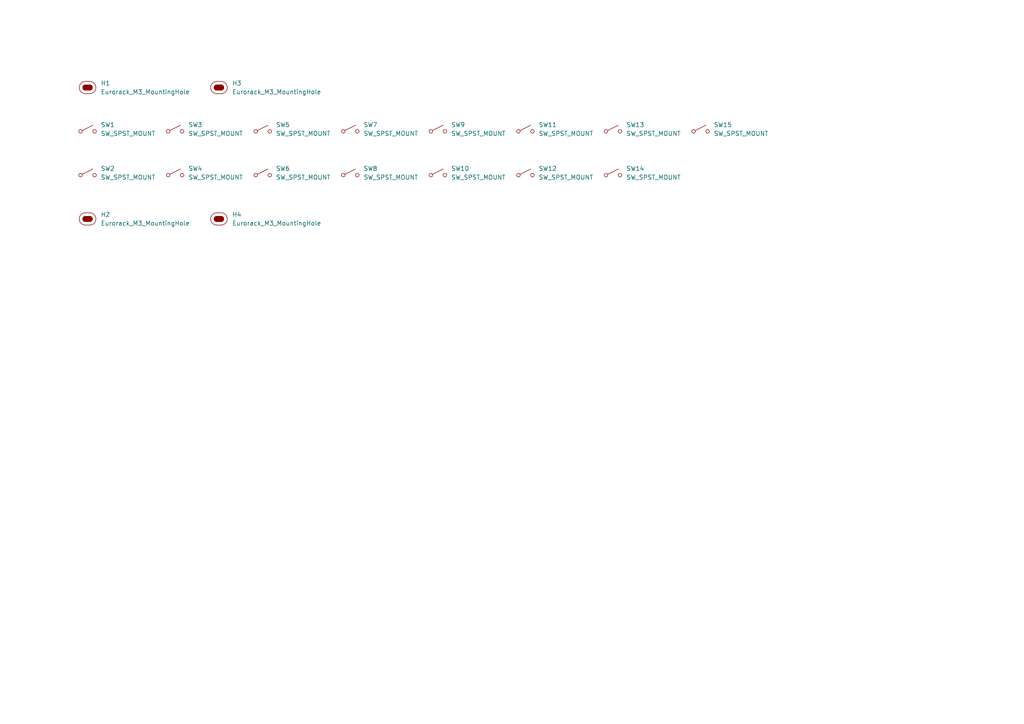
<source format=kicad_sch>
(kicad_sch (version 20250114) (generator "eeschema") (generator_version "9.0")
  (paper "A4")
  (lib_symbols
    (symbol "EXC:Eurorack_M3_MountingHole" (pin_names (offset 1.016))
      (property "Reference" "H" (at 0 5.08 0))
      (property "Value" "Eurorack_M3_MountingHole" (at 0 3.175 0))
      (symbol "Eurorack_M3_MountingHole_0_1"
        (polyline (pts (xy -0.635 0.762) (xy 0.635 0.762)))
        (circle (center -0.635 0) (radius 0.762) (fill (type outline)))
        (arc (start -0.635 -0.762) (mid -1.397 0) (end -0.635 0.762))
        (arc (start -0.635 -1.778) (mid -2.413 0) (end -0.635 1.778))
        (polyline (pts (xy -0.635 -0.762) (xy 0.635 -0.762)))
        (polyline (pts (xy -0.635 -1.778) (xy 0.635 -1.778)))
        (circle (center 0 0) (radius 0.762) (fill (type outline)))
        (polyline (pts (xy 0.635 1.778) (xy -0.635 1.778)))
        (arc (start 0.6141 1.778) (mid 2.4131 0) (end 0.6141 -1.778))
        (arc (start 0.6227 0.762) (mid 1.3971 0) (end 0.6227 -0.762))
        (circle (center 0.635 0) (radius 0.762) (fill (type outline)))
      )
    )
    (symbol "EXC:SW_SPST-Cherry_Panel_Mount" (pin_names (offset 0) (hide yes))
      (property "Reference" "SW" (at 0 3.175 0))
      (property "Value" "SW_SPST_MOUNT" (at 0 -2.032 0))
      (symbol "SW_SPST-Cherry_Panel_Mount_0_0"
        (circle (center -2.032 0) (radius 0.508))
        (polyline (pts (xy -1.524 0.254) (xy 1.524 1.778)))
        (circle (center 2.032 0) (radius 0.508))
      )
    )
  )
  (symbol (lib_id "EXC:SW_SPST-Cherry_Panel_Mount") (at 127 50.8 0) (unit 1)
    (property "Reference" "SW10" (at 130.81 48.8949 0) (effects (justify left)))
    (property "Value" "SW_SPST_MOUNT" (at 130.81 51.4349 0) (effects (justify left)))
    (property "Footprint" "EXC:SW_Cherry_MX_1.00u_Mount" (effects (hide yes)))
    (property "Datasheet" "https://hirosarts.com/blog/keycap-dimensions-guide-for-beginners/" (effects (hide yes)))
    (property "Description" "Single Pole Single Throw (SPST) panel-mount switch" (effects (hide yes)))
    (property "Source" "https://www.adafruit.com/product/4954" (effects (hide yes)))
  )
  (symbol (lib_id "EXC:SW_SPST-Cherry_Panel_Mount") (at 152.4 50.8 0) (unit 1)
    (property "Reference" "SW12" (at 156.21 48.8949 0) (effects (justify left)))
    (property "Value" "SW_SPST_MOUNT" (at 156.21 51.4349 0) (effects (justify left)))
    (property "Footprint" "EXC:SW_Cherry_MX_1.00u_Mount" (effects (hide yes)))
    (property "Datasheet" "https://hirosarts.com/blog/keycap-dimensions-guide-for-beginners/" (effects (hide yes)))
    (property "Description" "Single Pole Single Throw (SPST) panel-mount switch" (effects (hide yes)))
    (property "Source" "https://www.adafruit.com/product/4954" (effects (hide yes)))
  )
  (symbol (lib_id "EXC:SW_SPST-Cherry_Panel_Mount") (at 101.6 38.1 0) (unit 1)
    (property "Reference" "SW7" (at 105.41 36.1949 0) (effects (justify left)))
    (property "Value" "SW_SPST_MOUNT" (at 105.41 38.7349 0) (effects (justify left)))
    (property "Footprint" "EXC:SW_Cherry_MX_1.00u_Mount" (effects (hide yes)))
    (property "Datasheet" "https://hirosarts.com/blog/keycap-dimensions-guide-for-beginners/" (effects (hide yes)))
    (property "Description" "Single Pole Single Throw (SPST) panel-mount switch" (effects (hide yes)))
    (property "Source" "https://www.adafruit.com/product/4954" (effects (hide yes)))
  )
  (symbol (lib_id "EXC:SW_SPST-Cherry_Panel_Mount") (at 50.8 50.8 0) (unit 1)
    (property "Reference" "SW4" (at 54.61 48.8949 0) (effects (justify left)))
    (property "Value" "SW_SPST_MOUNT" (at 54.61 51.4349 0) (effects (justify left)))
    (property "Footprint" "EXC:SW_Cherry_MX_1.00u_Mount" (effects (hide yes)))
    (property "Datasheet" "https://hirosarts.com/blog/keycap-dimensions-guide-for-beginners/" (effects (hide yes)))
    (property "Description" "Single Pole Single Throw (SPST) panel-mount switch" (effects (hide yes)))
    (property "Source" "https://www.adafruit.com/product/4954" (effects (hide yes)))
  )
  (symbol (lib_id "EXC:SW_SPST-Cherry_Panel_Mount") (at 177.8 38.1 0) (unit 1)
    (property "Reference" "SW13" (at 181.61 36.1949 0) (effects (justify left)))
    (property "Value" "SW_SPST_MOUNT" (at 181.61 38.7349 0) (effects (justify left)))
    (property "Footprint" "EXC:SW_Cherry_MX_1.00u_Mount" (effects (hide yes)))
    (property "Datasheet" "https://hirosarts.com/blog/keycap-dimensions-guide-for-beginners/" (effects (hide yes)))
    (property "Description" "Single Pole Single Throw (SPST) panel-mount switch" (effects (hide yes)))
    (property "Source" "https://www.adafruit.com/product/4954" (effects (hide yes)))
  )
  (symbol (lib_id "EXC:SW_SPST-Cherry_Panel_Mount") (at 76.2 50.8 0) (unit 1)
    (property "Reference" "SW6" (at 80.01 48.8949 0) (effects (justify left)))
    (property "Value" "SW_SPST_MOUNT" (at 80.01 51.4349 0) (effects (justify left)))
    (property "Footprint" "EXC:SW_Cherry_MX_1.00u_Mount" (effects (hide yes)))
    (property "Datasheet" "https://hirosarts.com/blog/keycap-dimensions-guide-for-beginners/" (effects (hide yes)))
    (property "Description" "Single Pole Single Throw (SPST) panel-mount switch" (effects (hide yes)))
    (property "Source" "https://www.adafruit.com/product/4954" (effects (hide yes)))
  )
  (symbol (lib_id "EXC:Eurorack_M3_MountingHole") (at 25.4 63.5 0) (unit 1)
    (property "Reference" "H2" (at 29.21 62.2299 0) (effects (justify left)))
    (property "Value" "Eurorack_M3_MountingHole" (at 29.21 64.7699 0) (effects (justify left)))
    (property "Footprint" "EXC:MountingHole_3.2mm_M3" (effects (hide yes)))
    (property "Description" "Mounting Hole without connection" (effects (hide yes)))
  )
  (symbol (lib_id "EXC:Eurorack_M3_MountingHole") (at 25.4 25.4 0) (unit 1)
    (property "Reference" "H1" (at 29.21 24.1299 0) (effects (justify left)))
    (property "Value" "Eurorack_M3_MountingHole" (at 29.21 26.6699 0) (effects (justify left)))
    (property "Footprint" "EXC:MountingHole_3.2mm_M3" (effects (hide yes)))
    (property "Description" "Mounting Hole without connection" (effects (hide yes)))
  )
  (symbol (lib_id "EXC:SW_SPST-Cherry_Panel_Mount") (at 25.4 50.8 0) (unit 1)
    (property "Reference" "SW2" (at 29.21 48.8949 0) (effects (justify left)))
    (property "Value" "SW_SPST_MOUNT" (at 29.21 51.4349 0) (effects (justify left)))
    (property "Footprint" "EXC:SW_Cherry_MX_1.00u_Mount" (effects (hide yes)))
    (property "Datasheet" "https://hirosarts.com/blog/keycap-dimensions-guide-for-beginners/" (effects (hide yes)))
    (property "Description" "Single Pole Single Throw (SPST) panel-mount switch" (effects (hide yes)))
    (property "Source" "https://www.adafruit.com/product/4954" (effects (hide yes)))
  )
  (symbol (lib_id "EXC:SW_SPST-Cherry_Panel_Mount") (at 101.6 50.8 0) (unit 1)
    (property "Reference" "SW8" (at 105.41 48.8949 0) (effects (justify left)))
    (property "Value" "SW_SPST_MOUNT" (at 105.41 51.4349 0) (effects (justify left)))
    (property "Footprint" "EXC:SW_Cherry_MX_1.00u_Mount" (effects (hide yes)))
    (property "Datasheet" "https://hirosarts.com/blog/keycap-dimensions-guide-for-beginners/" (effects (hide yes)))
    (property "Description" "Single Pole Single Throw (SPST) panel-mount switch" (effects (hide yes)))
    (property "Source" "https://www.adafruit.com/product/4954" (effects (hide yes)))
  )
  (symbol (lib_id "EXC:SW_SPST-Cherry_Panel_Mount") (at 177.8 50.8 0) (unit 1)
    (property "Reference" "SW14" (at 181.61 48.8949 0) (effects (justify left)))
    (property "Value" "SW_SPST_MOUNT" (at 181.61 51.4349 0) (effects (justify left)))
    (property "Footprint" "EXC:SW_Cherry_MX_1.00u_Mount" (effects (hide yes)))
    (property "Datasheet" "https://hirosarts.com/blog/keycap-dimensions-guide-for-beginners/" (effects (hide yes)))
    (property "Description" "Single Pole Single Throw (SPST) panel-mount switch" (effects (hide yes)))
    (property "Source" "https://www.adafruit.com/product/4954" (effects (hide yes)))
  )
  (symbol (lib_id "EXC:SW_SPST-Cherry_Panel_Mount") (at 203.2 38.1 0) (unit 1)
    (property "Reference" "SW15" (at 207.01 36.1949 0) (effects (justify left)))
    (property "Value" "SW_SPST_MOUNT" (at 207.01 38.7349 0) (effects (justify left)))
    (property "Footprint" "EXC:SW_Cherry_MX_1.00u_Mount" (effects (hide yes)))
    (property "Datasheet" "https://hirosarts.com/blog/keycap-dimensions-guide-for-beginners/" (effects (hide yes)))
    (property "Description" "Single Pole Single Throw (SPST) panel-mount switch" (effects (hide yes)))
    (property "Source" "https://www.adafruit.com/product/4954" (effects (hide yes)))
  )
  (symbol (lib_id "EXC:Eurorack_M3_MountingHole") (at 63.5 63.5 0) (unit 1)
    (property "Reference" "H4" (at 67.31 62.2299 0) (effects (justify left)))
    (property "Value" "Eurorack_M3_MountingHole" (at 67.31 64.7699 0) (effects (justify left)))
    (property "Footprint" "EXC:MountingHole_3.2mm_M3" (effects (hide yes)))
    (property "Description" "Mounting Hole without connection" (effects (hide yes)))
  )
  (symbol (lib_id "EXC:SW_SPST-Cherry_Panel_Mount") (at 25.4 38.1 0) (unit 1)
    (property "Reference" "SW1" (at 29.21 36.1949 0) (effects (justify left)))
    (property "Value" "SW_SPST_MOUNT" (at 29.21 38.7349 0) (effects (justify left)))
    (property "Footprint" "EXC:SW_Cherry_MX_1.00u_Mount" (effects (hide yes)))
    (property "Datasheet" "https://hirosarts.com/blog/keycap-dimensions-guide-for-beginners/" (effects (hide yes)))
    (property "Description" "Single Pole Single Throw (SPST) panel-mount switch" (effects (hide yes)))
    (property "Source" "https://www.adafruit.com/product/4954" (effects (hide yes)))
  )
  (symbol (lib_id "EXC:SW_SPST-Cherry_Panel_Mount") (at 50.8 38.1 0) (unit 1)
    (property "Reference" "SW3" (at 54.61 36.1949 0) (effects (justify left)))
    (property "Value" "SW_SPST_MOUNT" (at 54.61 38.7349 0) (effects (justify left)))
    (property "Footprint" "EXC:SW_Cherry_MX_1.00u_Mount" (effects (hide yes)))
    (property "Datasheet" "https://hirosarts.com/blog/keycap-dimensions-guide-for-beginners/" (effects (hide yes)))
    (property "Description" "Single Pole Single Throw (SPST) panel-mount switch" (effects (hide yes)))
    (property "Source" "https://www.adafruit.com/product/4954" (effects (hide yes)))
  )
  (symbol (lib_id "EXC:Eurorack_M3_MountingHole") (at 63.5 25.4 0) (unit 1)
    (property "Reference" "H3" (at 67.31 24.1299 0) (effects (justify left)))
    (property "Value" "Eurorack_M3_MountingHole" (at 67.31 26.6699 0) (effects (justify left)))
    (property "Footprint" "EXC:MountingHole_3.2mm_M3" (effects (hide yes)))
    (property "Description" "Mounting Hole without connection" (effects (hide yes)))
  )
  (symbol (lib_id "EXC:SW_SPST-Cherry_Panel_Mount") (at 152.4 38.1 0) (unit 1)
    (property "Reference" "SW11" (at 156.21 36.1949 0) (effects (justify left)))
    (property "Value" "SW_SPST_MOUNT" (at 156.21 38.7349 0) (effects (justify left)))
    (property "Footprint" "EXC:SW_Cherry_MX_1.00u_Mount" (effects (hide yes)))
    (property "Datasheet" "https://hirosarts.com/blog/keycap-dimensions-guide-for-beginners/" (effects (hide yes)))
    (property "Description" "Single Pole Single Throw (SPST) panel-mount switch" (effects (hide yes)))
    (property "Source" "https://www.adafruit.com/product/4954" (effects (hide yes)))
  )
  (symbol (lib_id "EXC:SW_SPST-Cherry_Panel_Mount") (at 76.2 38.1 0) (unit 1)
    (property "Reference" "SW5" (at 80.01 36.1949 0) (effects (justify left)))
    (property "Value" "SW_SPST_MOUNT" (at 80.01 38.7349 0) (effects (justify left)))
    (property "Footprint" "EXC:SW_Cherry_MX_1.00u_Mount" (effects (hide yes)))
    (property "Datasheet" "https://hirosarts.com/blog/keycap-dimensions-guide-for-beginners/" (effects (hide yes)))
    (property "Description" "Single Pole Single Throw (SPST) panel-mount switch" (effects (hide yes)))
    (property "Source" "https://www.adafruit.com/product/4954" (effects (hide yes)))
  )
  (symbol (lib_id "EXC:SW_SPST-Cherry_Panel_Mount") (at 127 38.1 0) (unit 1)
    (property "Reference" "SW9" (at 130.81 36.1949 0) (effects (justify left)))
    (property "Value" "SW_SPST_MOUNT" (at 130.81 38.7349 0) (effects (justify left)))
    (property "Footprint" "EXC:SW_Cherry_MX_1.00u_Mount" (effects (hide yes)))
    (property "Datasheet" "https://hirosarts.com/blog/keycap-dimensions-guide-for-beginners/" (effects (hide yes)))
    (property "Description" "Single Pole Single Throw (SPST) panel-mount switch" (effects (hide yes)))
    (property "Source" "https://www.adafruit.com/product/4954" (effects (hide yes)))
  )
)
</source>
